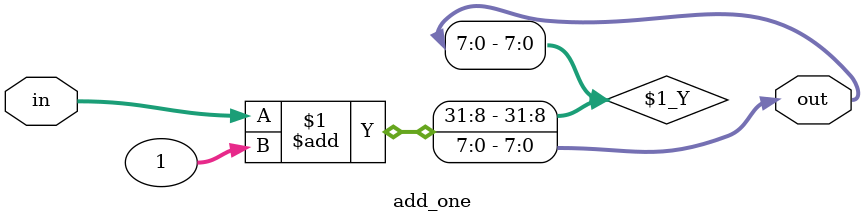
<source format=v>
module add_one(
	input [7:0] in,
	output [7:0] out
);
	assign out = in + 1;
endmodule

</source>
